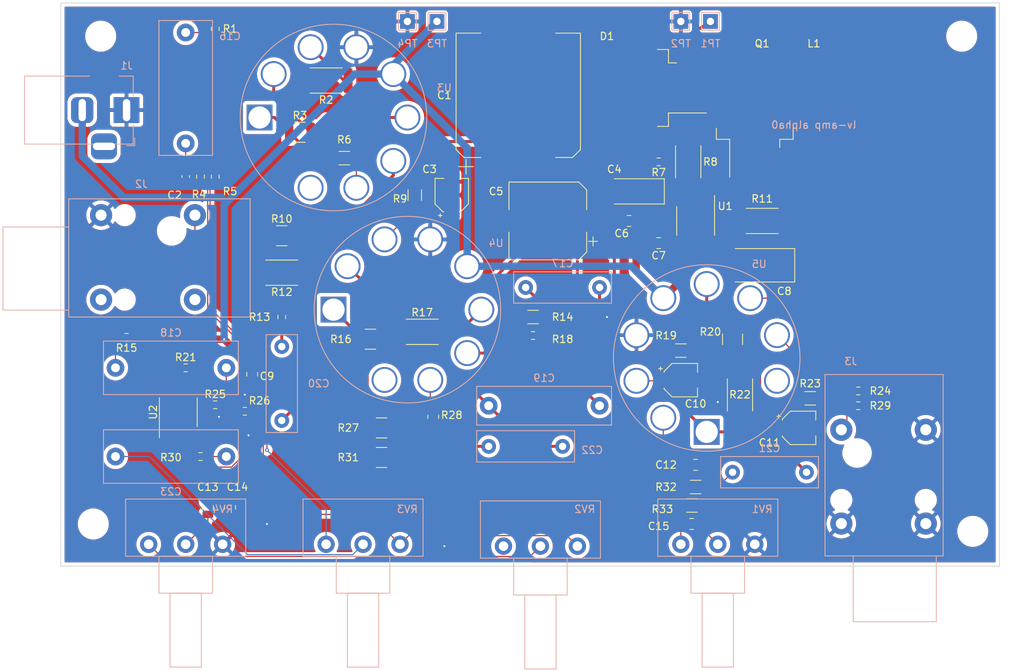
<source format=kicad_pcb>
(kicad_pcb (version 20211014) (generator pcbnew)
  (layers (0 "F.Cu" signal) (31 "B.Cu" signal) (34 "B.Paste" user) (35 "F.Paste" user) (36 "B.SilkS" user "B.Silkscreen") (37 "F.SilkS" user "F.Silkscreen") (38 "B.Mask" user) (39 "F.Mask" user) (44 "Edge.Cuts" user))
  (net 0 "")
  (net 1 "/tonestack")
  (net 2 "Net-(C1-Pad2)")
  (net 3 "Net-(C2-Pad1)")
  (net 4 "Net-(C2-Pad2)")
  (net 5 "Net-(C3-Pad2)")
  (net 6 "Net-(C4-Pad1)")
  (net 7 "Net-(C4-Pad2)")
  (net 8 "Net-(C5-Pad1)")
  (net 9 "GND")
  (net 10 "/u1ap")
  (net 11 "Net-(C6-Pad2)")
  (net 12 "Net-(C7-Pad2)")
  (net 13 "Net-(C8-Pad2)")
  (net 14 "Net-(C9-Pad1)")
  (net 15 "Net-(C9-Pad2)")
  (net 16 "Net-(C10-Pad1)")
  (net 17 "+12V")
  (net 18 "/u1bp")
  (net 19 "/u1bp_couple")
  (net 20 "Net-(C14-Pad1)")
  (net 21 "HT")
  (net 22 "/u3ap")
  (net 23 "/u3ap_couple")
  (net 24 "Net-(C19-Pad1)")
  (net 25 "/u3bp")
  (net 26 "/u3bp_couple")
  (net 27 "Net-(C23-Pad1)")
  (net 28 "/d1a")
  (net 29 "Net-(J1-PadT)")
  (net 30 "Net-(J3-PadT)")
  (net 33 "/q1s")
  (net 34 "Net-(R3-Pad2)")
  (net 35 "Net-(R4-Pad1)")
  (net 36 "Net-(R6-Pad1)")
  (net 37 "Net-(R11-Pad2)")
  (net 38 "/u3ag")
  (net 39 "Net-(R17-Pad2)")
  (net 40 "/u3bg")
  (net 41 "Net-(R24-Pad2)")
  (net 42 "/u4ag_pre")
  (net 43 "/u4ag")
  (net 44 "Net-(R29-Pad1)")
  (net 45 "/u4ap")
  (net 46 "/u4bk")
  (net 48 "Net-(RV2-Pad2)")
  (net 49 "Net-(U2-Pad3)")
  (net 52 "/q1g")
  (footprint "Capacitor_SMD:C_0603_1608Metric" (layer "F.Cu") (at 55 87 -90)
    (fp_text reference "C2")
    (fp_text value "220pF")
  )
  (footprint "Capacitor_Tantalum_SMD:CP_EIA-7343-43_Kemet-X" (layer "F.Cu") (at 133 99 180)
    (fp_text reference "C8")
    (fp_text value "100uF")
  )
  (footprint "Resistor_SMD:R_1210_3225Metric" (layer "F.Cu") (at 68 95)
    (fp_text reference "R10")
    (fp_text value "220k")
  )
  (footprint "Resistor_SMD:R_1206_3216Metric" (layer "F.Cu") (at 122 110.5375)
    (fp_text reference "R19")
    (fp_text value "2.7k")
  )
  (footprint "Resistor_SMD:R_1206_3216Metric" (layer "F.Cu") (at 102 106 180)
    (fp_text reference "R14")
    (fp_text value "470k")
  )
  (footprint "Capacitor_SMD:C_0805_2012Metric" (layer "F.Cu") (at 58 131.75 -90)
    (fp_text reference "C13")
    (fp_text value "0.022uF")
  )
  (footprint "MountingHole:MountingHole_3.2mm_M3" (layer "F.Cu") (at 43.5 68)
    (fp_text reference "H1" hide)
    (fp_text value "MountingHole_Pad")
  )
  (footprint "Capacitor_SMD:CP_Elec_10x10" (layer "F.Cu") (at 104 93 180)
    (fp_text reference "C5")
    (fp_text value "4.7uF")
  )
  (footprint "Package_SO:SO-8_3.9x4.9mm_P1.27mm" (layer "F.Cu") (at 124 93 -90)
    (fp_text reference "U1")
    (fp_text value "MAX1771xSA")
  )
  (footprint "Resistor_SMD:R_0603_1608Metric" (layer "F.Cu") (at 146 118)
    (fp_text reference "R29")
    (fp_text value "1Meg")
  )
  (footprint "Capacitor_SMD:C_0805_2012Metric" (layer "F.Cu") (at 123.45 134)
    (fp_text reference "C15")
    (fp_text value "1000pF")
  )
  (footprint "Capacitor_SMD:C_0805_2012Metric" (layer "F.Cu") (at 124 126 180)
    (fp_text reference "C12")
    (fp_text value "2200pF")
  )
  (footprint "Resistor_SMD:R_0603_1608Metric" (layer "F.Cu") (at 102 108.5 180)
    (fp_text reference "R18")
    (fp_text value "1Meg")
  )
  (footprint "Resistor_SMD:R_0603_1608Metric" (layer "F.Cu") (at 57 124.875)
    (fp_text reference "R30")
    (fp_text value "100k")
  )
  (footprint "Resistor_SMD:R_1210_3225Metric" (layer "F.Cu") (at 80 109 180)
    (fp_text reference "R16")
    (fp_text value "220k")
  )
  (footprint "Resistor_SMD:R_0603_1608Metric" (layer "F.Cu") (at 59 87 90)
    (fp_text reference "R5")
    (fp_text value "10Meg")
  )
  (footprint "Resistor_SMD:R_0603_1608Metric" (layer "F.Cu") (at 146 116 180)
    (fp_text reference "R24")
    (fp_text value "68k")
  )
  (footprint "Resistor_SMD:R_1210_3225Metric" (layer "F.Cu") (at 129 109 90)
    (fp_text reference "R20")
    (fp_text value "220k")
  )
  (footprint "Resistor_SMD:R_1210_3225Metric" (layer "F.Cu") (at 81.5 121 180)
    (fp_text reference "R27")
    (fp_text value "220k")
  )
  (footprint "lv_amp:pm2110" (layer "F.Cu") (at 151 88.5 90)
    (fp_text reference "L1")
    (fp_text value "56uH")
  )
  (footprint "Resistor_SMD:R_1206_3216Metric" (layer "F.Cu") (at 124 129 180)
    (fp_text reference "R32")
    (fp_text value "470k")
  )
  (footprint "Resistor_SMD:R_1206_3216Metric" (layer "F.Cu") (at 86 89.5 90)
    (fp_text reference "R9")
    (fp_text value "2.7k")
  )
  (footprint "Resistor_SMD:R_1210_3225Metric" (layer "F.Cu") (at 81.5 125)
    (fp_text reference "R31")
    (fp_text value "330k")
  )
  (footprint "Capacitor_Tantalum_SMD:CP_EIA-6032-28_Kemet-C" (layer "F.Cu") (at 116 89 180)
    (fp_text reference "C4")
    (fp_text value "10uF")
  )
  (footprint "Resistor_SMD:R_0603_1608Metric" (layer "F.Cu") (at 68 106 90)
    (fp_text reference "R13")
    (fp_text value "1Meg")
  )
  (footprint "Capacitor_SMD:C_0805_2012Metric" (layer "F.Cu") (at 119 96 180)
    (fp_text reference "C7")
    (fp_text value "0.1uF")
  )
  (footprint "Resistor_SMD:R_2512_6332Metric" (layer "F.Cu") (at 123 85 -90)
    (fp_text reference "R8")
    (fp_text value "2Meg")
  )
  (footprint "Capacitor_SMD:CP_Elec_4x5.4" (layer "F.Cu") (at 91 89.5 90)
    (fp_text reference "C3")
    (fp_text value "1uF")
  )
  (footprint "Resistor_SMD:R_0603_1608Metric" (layer "F.Cu") (at 59 67 90)
    (fp_text reference "R1")
    (fp_text value "1k")
  )
  (footprint "Resistor_SMD:R_1210_3225Metric" (layer "F.Cu") (at 70.4625 81)
    (fp_text reference "R3")
    (fp_text value "220k")
  )
  (footprint "Resistor_SMD:R_2512_6332Metric" (layer "F.Cu") (at 87 108)
    (fp_text reference "R17")
    (fp_text value "100k")
  )
  (footprint "Capacitor_SMD:CP_Elec_4x5.4" (layer "F.Cu") (at 138 121)
    (fp_text reference "C11")
    (fp_text value "1uF")
  )
  (footprint "Resistor_SMD:R_2512_6332Metric" (layer "F.Cu") (at 130 116.5375 -90)
    (fp_text reference "R22")
    (fp_text value "100k")
  )
  (footprint "Package_TO_SOT_SMD:TO-263-2" (layer "F.Cu") (at 132 79 90)
    (fp_text reference "Q1")
    (fp_text value "Q_NMOS_DGS")
  )
  (footprint "Resistor_SMD:R_1206_3216Metric" (layer "F.Cu") (at 123.5 131.5 180)
    (fp_text reference "R33")
    (fp_text value "470k")
  )
  (footprint "Capacitor_SMD:C_0805_2012Metric" (layer "F.Cu") (at 115 93 180)
    (fp_text reference "C6")
    (fp_text value "0.1uF")
  )
  (footprint "Resistor_SMD:R_0603_1608Metric" (layer "F.Cu") (at 57 87 90)
    (fp_text reference "R4")
    (fp_text value "47k")
  )
  (footprint "Resistor_SMD:R_2512_6332Metric" (layer "F.Cu") (at 68 100 180)
    (fp_text reference "R12")
    (fp_text value "56k")
  )
  (footprint "Package_TO_SOT_SMD:TO-263-2_TabPin1" (layer "F.Cu") (at 117.375 75 180)
    (fp_text reference "D1")
    (fp_text value "D")
  )
  (footprint "Resistor_SMD:R_2512_6332Metric" (layer "F.Cu") (at 133 93)
    (fp_text reference "R11")
    (fp_text value "0.100")
  )
  (footprint "Resistor_SMD:R_0603_1608Metric" (layer "F.Cu") (at 63 118.75)
    (fp_text reference "R26")
    (fp_text value "100k")
  )
  (footprint "Resistor_SMD:R_0603_1608Metric" (layer "F.Cu") (at 119 85 180)
    (fp_text reference "R7")
    (fp_text value "10k")
  )
  (footprint "Resistor_SMD:R_0603_1608Metric" (layer "F.Cu") (at 59 117.875)
    (fp_text reference "R25")
    (fp_text value "100k")
  )
  (footprint "MountingHole:MountingHole_3.2mm_M3" (layer "F.Cu") (at 160 68)
    (fp_text reference "H2" hide)
    (fp_text value "MountingHole_Pad")
  )
  (footprint "Resistor_SMD:R_1206_3216Metric" (layer "F.Cu") (at 76.4625 84.5 180)
    (fp_text reference "R6")
    (fp_text value "3.3k")
  )
  (footprint "Capacitor_SMD:C_0805_2012Metric" (layer "F.Cu") (at 64 113.75 -90)
    (fp_text reference "C9")
    (fp_text value "0.1uF")
  )
  (footprint "MountingHole:MountingHole_3.2mm_M3" (layer "F.Cu") (at 161.5 135)
    (fp_text reference "H4" hide)
    (fp_text value "MountingHole_Pad")
  )
  (footprint "Resistor_SMD:R_0805_2012Metric" (layer "F.Cu") (at 88.5 119.5 90)
    (fp_text reference "R28")
    (fp_text value "33k")
  )
  (footprint "Capacitor_SMD:CP_Elec_4x5.4" (layer "F.Cu") (at 122 114.5375)
    (fp_text reference "C10")
    (fp_text value "1uF")
  )
  (footprint "Capacitor_SMD:CP_Elec_16x17.5" (layer "F.Cu") (at 100 76 90)
    (fp_text reference "C1")
    (fp_text value "10uF")
  )
  (footprint "Resistor_SMD:R_2512_6332Metric" (layer "F.Cu") (at 74 74 180)
    (fp_text reference "R2")
    (fp_text value "100k")
  )
  (footprint "Resistor_SMD:R_1206_3216Metric" (layer "F.Cu") (at 139.5 117)
    (fp_text reference "R23")
    (fp_text value "2.7k")
  )
  (footprint "Package_SO:SO-8_3.9x4.9mm_P1.27mm" (layer "F.Cu") (at 54 118.875 90)
    (fp_text reference "U2")
    (fp_text value "TL072")
  )
  (footprint "MountingHole:MountingHole_3.2mm_M3" (layer "F.Cu") (at 42.5 134)
    (fp_text reference "H3" hide)
    (fp_text value "MountingHole_Pad")
  )
  (footprint "Resistor_SMD:R_0603_1608Metric" (layer "F.Cu") (at 55 112.875)
    (fp_text reference "R21")
    (fp_text value "100k")
  )
  (footprint "Capacitor_SMD:C_0805_2012Metric" (layer "F.Cu") (at 61 131.75 -90)
    (fp_text reference "C14")
    (fp_text value "0.022uF")
  )
  (footprint "Resistor_SMD:R_0603_1608Metric" (layer "F.Cu") (at 47 108.75 180)
    (fp_text reference "R15")
    (fp_text value "1k")
  )
  (footprint "lv_amp:12ax7" (layer "B.Cu") (at 75 79 90)
    (fp_text reference "U3")
    (fp_text value "ECC83")
  )
  (footprint "Capacitor_THT:C_Rect_L18.0mm_W7.0mm_P15.00mm_FKS3_FKP3" (layer "B.Cu") (at 45.5 124.875)
    (fp_text reference "C23")
    (fp_text value "1uF")
  )
  (footprint "Capacitor_THT:C_Rect_L18.0mm_W7.0mm_P15.00mm_FKS3_FKP3" (layer "B.Cu") (at 55 67.5 -90)
    (fp_text reference "C16")
    (fp_text value "1uF")
  )
  (footprint "Capacitor_THT:C_Rect_L13.0mm_W4.0mm_P10.00mm_FKS3_FKP3_MKS4" (layer "B.Cu") (at 139 127 180)
    (fp_text reference "C21")
    (fp_text value "0.022uF")
  )
  (footprint "Capacitor_THT:C_Rect_L18.0mm_W5.0mm_P15.00mm_FKS3_FKP3" (layer "B.Cu") (at 111 118 180)
    (fp_text reference "C19")
    (fp_text value "100pF")
  )
  (footprint "Capacitor_THT:C_Rect_L13.0mm_W4.0mm_P10.00mm_FKS3_FKP3_MKS4" (layer "B.Cu") (at 68 120 90)
    (fp_text reference "C20")
    (fp_text value "0.022uF")
  )
  (footprint "Potentiometer_THT:Potentiometer_Piher_T-16H_Single_Horizontal" (layer "B.Cu") (at 108 137 -90)
    (fp_text reference "RV2")
    (fp_text value "1meg")
  )
  (footprint "Connector_Audio:Jack_6.35mm_Neutrik_NRJ4HF_Horizontal" (layer "B.Cu") (at 56.25 92.215 180)
    (fp_text reference "J2")
    (fp_text value "AudioJack2")
  )
  (footprint "Capacitor_THT:C_Rect_L18.0mm_W7.0mm_P15.00mm_FKS3_FKP3" (layer "B.Cu") (at 60.5 112.875 180)
    (fp_text reference "C18")
    (fp_text value "1uF")
  )
  (footprint "TestPoint:TestPoint_THTPad_2.0x2.0mm_Drill1.0mm" (layer "B.Cu") (at 122 66)
    (fp_text reference "TP2")
    (fp_text value "TestPoint")
  )
  (footprint "Capacitor_THT:C_Rect_L13.0mm_W4.0mm_P10.00mm_FKS3_FKP3_MKS4" (layer "B.Cu") (at 111 102 180)
    (fp_text reference "C17")
    (fp_text value "0.022uF")
  )
  (footprint "lv_amp:12ax7" (layer "B.Cu") (at 85 105 90)
    (fp_text reference "U4")
    (fp_text value "ECC83")
  )
  (footprint "lv_amp:Kobiconn 179PH" (layer "B.Cu") (at 47 78)
    (fp_text reference "J1")
    (fp_text value "Jack-DC")
  )
  (footprint "TestPoint:TestPoint_THTPad_2.0x2.0mm_Drill1.0mm" (layer "B.Cu") (at 85 66)
    (fp_text reference "TP4")
    (fp_text value "TestPoint")
  )
  (footprint "Connector_Audio:Jack_6.35mm_Neutrik_NRJ4HF_Horizontal" (layer "B.Cu") (at 143.715 121.25 -90)
    (fp_text reference "J3")
    (fp_text value "AudioJack2")
  )
  (footprint "Potentiometer_THT:Potentiometer_Piher_T-16H_Single_Horizontal" (layer "B.Cu") (at 60 136.75 -90)
    (fp_text reference "RV4")
    (fp_text value "25k")
  )
  (footprint "lv_amp:12ax7" (layer "B.Cu") (at 125.5 111.5375 180)
    (fp_text reference "U5")
    (fp_text value "ECC83")
  )
  (footprint "Potentiometer_THT:Potentiometer_Piher_T-16H_Single_Horizontal" (layer "B.Cu") (at 132 136.75 -90)
    (fp_text reference "RV1")
    (fp_text value "500k")
  )
  (footprint "Potentiometer_THT:Potentiometer_Piher_T-16H_Single_Horizontal" (layer "B.Cu") (at 84 136.75 -90)
    (fp_text reference "RV3")
    (fp_text value "500k")
  )
  (footprint "Capacitor_THT:C_Rect_L13.0mm_W4.0mm_P10.00mm_FKS3_FKP3_MKS4" (layer "B.Cu") (at 106 123.5 180)
    (fp_text reference "C22")
    (fp_text value "0.022uF")
  )
  (footprint "TestPoint:TestPoint_THTPad_2.0x2.0mm_Drill1.0mm" (layer "B.Cu") (at 126 66)
    (fp_text reference "TP1")
    (fp_text value "TestPoint")
  )
  (footprint "TestPoint:TestPoint_THTPad_2.0x2.0mm_Drill1.0mm" (layer "B.Cu") (at 89 66)
    (fp_text reference "TP3")
    (fp_text value "TestPoint")
  )
  (gr_line (start 165.1 63.5) (end 38.1 63.5) (layer "Edge.Cuts") (width 0.1))
  (gr_line (start 38.1 139.7) (end 165.1 139.7) (layer "Edge.Cuts") (width 0.1))
  (gr_line (start 38.1 63.5) (end 38.1 139.7) (layer "Edge.Cuts") (width 0.1))
  (gr_line (start 165.1 139.7) (end 165.1 63.5) (layer "Edge.Cuts") (width 0.1))
  (gr_text "lv-amp alpha0" (at 140 80) (layer "B.SilkS") (effects (font (size 1 1)) (justify mirror)))
  (segment (start 57 86.175) (end 59 86.175) (width 0.1524) (layer "F.Cu") (net 1))
  (segment (start 55 82.5) (end 55 86.225) (width 0.1524) (layer "F.Cu") (net 1))
  (segment (start 55.05 86.175) (end 55 86.225) (width 0.1524) (layer "F.Cu") (net 1))
  (segment (start 57 86.175) (end 55.05 86.175) (width 0.1524) (layer "F.Cu") (net 1))
  (segment (start 55.57812 87.19688) (end 57.49376 87.19688) (width 0.1524) (layer "F.Cu") (net 2))
  (segment (start 58.29688 104.79688) (end 66 112.5) (width 0.1524) (layer "F.Cu") (net 2))
  (segment (start 58.29688 88) (end 58.29688 104.79688) (width 0.1524) (layer "F.Cu") (net 2))
  (segment (start 66 112.5) (end 66 124) (width 0.1524) (layer "F.Cu") (net 2))
  (segment (start 55 87.775) (end 55.57812 87.19688) (width 0.1524) (layer "F.Cu") (net 2))
  (segment (start 57.49376 87.19688) (end 58.29688 88) (width 0.1524) (layer "F.Cu") (net 2))
  (via (at 66 124) (size 0.508) (drill 0.254) (layers "F.Cu" "B.Cu") (net 2))
  (segment (start 74 136.75) (end 74 132) (width 0.1524) (layer "B.Cu") (net 2))
  (segment (start 74 132) (end 66 124) (width 0.1524) (layer "B.Cu") (net 2))
  (segment (start 57 87.825) (end 57.978111 88.803111) (width 0.1524) (layer "F.Cu") (net 3))
  (segment (start 65.5 112.548677) (end 65.5 126.3) (width 0.1524) (layer "F.Cu") (net 3))
  (segment (start 58 130.8) (end 61 130.8) (width 0.1524) (layer "F.Cu") (net 3))
  (segment (start 57.978111 105.026788) (end 65.5 112.548677) (width 0.1524) (layer "F.Cu") (net 3))
  (segment (start 57.978111 88.803111) (end 57.978111 105.026788) (width 0.1524) (layer "F.Cu") (net 3))
  (segment (start 65.5 126.3) (end 61 130.8) (width 0.1524) (layer "F.Cu") (net 3))
  (segment (start 79.95 132.7) (end 61 132.7) (width 0.1524) (layer "F.Cu") (net 4))
  (segment (start 85.169999 135.580001) (end 106.580001 135.580001) (width 0.1524) (layer "F.Cu") (net 4))
  (segment (start 84 136.75) (end 85.169999 135.580001) (width 0.1524) (layer "F.Cu") (net 4))
  (segment (start 106.580001 135.580001) (end 108 137) (width 0.1524) (layer "F.Cu") (net 4))
  (segment (start 84 136.75) (end 79.95 132.7) (width 0.1524) (layer "F.Cu") (net 4))
  (segment (start 55 136.75) (end 58 133.75) (width 0.1524) (layer "F.Cu") (net 5))
  (segment (start 58 133.75) (end 58 132.7) (width 0.1524) (layer "F.Cu") (net 5))
  (segment (start 50.102229 124.875) (end 63.37534 138.148111) (width 0.1524) (layer "B.Cu") (net 6))
  (segment (start 45.5 124.875) (end 50.102229 124.875) (width 0.1524) (layer "B.Cu") (net 6))
  (segment (start 63.37534 138.148111) (end 77.601889 138.148111) (width 0.1524) (layer "B.Cu") (net 6))
  (segment (start 77.601889 138.148111) (end 79 136.75) (width 0.1524) (layer "B.Cu") (net 6))
  (segment (start 57.825 124.875) (end 60.5 124.875) (width 0.1524) (layer "F.Cu") (net 7))
  (segment (start 137.2 117.8375) (end 138.0375 117) (width 0.1524) (layer "F.Cu") (net 8))
  (segment (start 138.0375 111.474266) (end 135.010565 108.447331) (width 0.1524) (layer "F.Cu") (net 8))
  (segment (start 137.2 120.2) (end 137.2 117.8375) (width 0.1524) (layer "F.Cu") (net 8))
  (segment (start 137.2 120.2) (end 136.4 121) (width 0.1524) (layer "F.Cu") (net 8))
  (segment (start 137.2 121.5) (end 137.2 120.2) (width 0.1524) (layer "F.Cu") (net 8))
  (segment (start 138.0375 117) (end 138.0375 111.474266) (width 0.1524) (layer "F.Cu") (net 8))
  (segment (start 136.4 121) (end 136.2 121) (width 0.1524) (layer "F.Cu") (net 8))
  (via (at 63.5 122) (size 0.508) (drill 0.254) (layers "F.Cu" "B.Cu") (net 9))
  (via (at 63 116.5) (size 0.508) (drill 0.254) (layers "F.Cu" "B.Cu") (net 9))
  (via (at 66 134) (size 0.508) (drill 0.254) (layers "F.Cu" "B.Cu") (net 9))
  (via (at 127 117.5) (size 0.508) (drill 0.254) (layers "F.Cu" "B.Cu") (net 9))
  (via (at 59.5 119.5) (size 0.508) (drill 0.254) (layers "F.Cu" "B.Cu") (net 9))
  (via (at 90 137) (size 0.508) (drill 0.254) (layers "F.Cu" "B.Cu") (net 9))
  (via (at 112 106) (size 0.508) (drill 0.254) (layers "F.Cu" "B.Cu") (net 9))
  (segment (start 125.5 104.0375) (end 125.5 101.5375) (width 0.4) (layer "F.Cu") (net 10))
  (segment (start 132.661054 111.198554) (end 129 107.5375) (width 0.4) (layer "F.Cu") (net 10))
  (segment (start 139 127) (end 132.661054 120.661054) (width 0.4) (layer "F.Cu") (net 10))
  (segment (start 132.661054 120.661054) (end 132.661054 111.198554) (width 0.4) (layer "F.Cu") (net 10))
  (segment (start 129 107.5375) (end 125.5 104.0375) (width 0.4) (layer "F.Cu") (net 10))
  (segment (start 125.4625 129) (end 127 129) (width 0.1524) (layer "F.Cu") (net 11))
  (segment (start 124.95 126) (end 124.95 128.4875) (width 0.1524) (layer "F.Cu") (net 11))
  (segment (start 127 129) (end 129 127) (width 0.1524) (layer "F.Cu") (net 11))
  (segment (start 124.95 128.4875) (end 125.4625 129) (width 0.1524) (layer "F.Cu") (net 11))
  (segment (start 122.82812 129.29062) (end 122.82812 133.67188) (width 0.1524) (layer "F.Cu") (net 12))
  (segment (start 122.5375 129) (end 123.05 128.4875) (width 0.1524) (layer "F.Cu") (net 12))
  (segment (start 122.82812 133.67188) (end 122.5 134) (width 0.1524) (layer "F.Cu") (net 12))
  (segment (start 122 134.5) (end 122 136.75) (width 0.1524) (layer "F.Cu") (net 12))
  (segment (start 122.5 134) (end 122 134.5) (width 0.1524) (layer "F.Cu") (net 12))
  (segment (start 122.5375 129) (end 122.82812 129.29062) (width 0.1524) (layer "F.Cu") (net 12))
  (segment (start 123.05 128.4875) (end 123.05 126) (width 0.1524) (layer "F.Cu") (net 12))
  (segment (start 124.9625 133.4375) (end 124.9625 131.5) (width 0.1524) (layer "F.Cu") (net 13))
  (segment (start 124.4 134) (end 124.4 134.15) (width 0.1524) (layer "F.Cu") (net 13))
  (segment (start 124.4 134.15) (end 127 136.75) (width 0.1524) (layer "F.Cu") (net 13))
  (segment (start 124.4 134) (end 124.9625 133.4375) (width 0.1524) (layer "F.Cu") (net 13))
  (segment (start 60.5 112.875) (end 60.5 117.075) (width 0.1524) (layer "F.Cu") (net 14))
  (segment (start 64.45312 123.04688) (end 64.45312 118.297667) (width 0.1524) (layer "F.Cu") (net 14))
  (segment (start 61.196889 126.303111) (end 64.45312 123.04688) (width 0.1524) (layer "F.Cu") (net 14))
  (segment (start 60.5 117.075) (end 62.175 118.75) (width 0.1524) (layer "F.Cu") (net 14))
  (segment (start 62.8875 118.0375) (end 62.175 118.75) (width 0.1524) (layer "F.Cu") (net 14))
  (segment (start 52.095 121.45) (end 52.095 121.875453) (width 0.1524) (layer "F.Cu") (net 14))
  (segment (start 52.095 121.875453) (end 56.522658 126.303111) (width 0.1524) (layer "F.Cu") (net 14))
  (segment (start 56.522658 126.303111) (end 61.196889 126.303111) (width 0.1524) (layer "F.Cu") (net 14))
  (segment (start 64.192953 118.0375) (end 62.8875 118.0375) (width 0.1524) (layer "F.Cu") (net 14))
  (segment (start 64.45312 118.297667) (end 64.192953 118.0375) (width 0.1524) (layer "F.Cu") (net 14))
  (segment (start 45.5 112.875) (end 45.5 109.425) (width 0.1524) (layer "F.Cu") (net 15))
  (segment (start 45.5 109.425) (end 46.175 108.75) (width 0.1524) (layer "F.Cu") (net 15))
  (segment (start 115.989435 114.627669) (end 120.109831 114.627669) (width 0.1524) (layer "F.Cu") (net 16))
  (segment (start 120.109831 114.627669) (end 120.2 114.5375) (width 0.1524) (layer "F.Cu") (net 16))
  (segment (start 120.2 110.875) (end 120.5375 110.5375) (width 0.1524) (layer "F.Cu") (net 16))
  (segment (start 120.2 114.5375) (end 120.2 110.875) (width 0.1524) (layer "F.Cu") (net 16))
  (segment (start 123.949725 92.19952) (end 121.19952 92.19952) (width 1) (layer "F.Cu") (net 17))
  (segment (start 124.635 91.514245) (end 123.949725 92.19952) (width 1) (layer "F.Cu") (net 17))
  (segment (start 64 112.8) (end 60.2 109) (width 1) (layer "F.Cu") (net 17))
  (segment (start 54.175 112.325) (end 54.175 112.875) (width 1) (layer "F.Cu") (net 17))
  (segment (start 52.095 114.955) (end 52.095 116.3) (width 1) (layer "F.Cu") (net 17))
  (segment (start 125.719959 97.34952) (end 127.65048 97.34952) (width 1) (layer "F.Cu") (net 17))
  (segment (start 115.95 99.775183) (end 119.622148 103.447331) (width 1) (layer "F.Cu") (net 17))
  (segment (start 115.95 91.5125) (end 118.4625 89) (width 1) (layer "F.Cu") (net 17))
  (segment (start 60.2 109) (end 57.5 109) (width 1) (layer "F.Cu") (net 17))
  (segment (start 133.93798 96.82548) (end 136.1125 99) (width 1) (layer "F.Cu") (net 17))
  (segment (start 121.19952 92.19952) (end 118.4625 89.4625) (width 1) (layer "F.Cu") (net 17))
  (segment (start 115.95 93) (end 115.95 99.775183) (width 1) (layer "F.Cu") (net 17))
  (segment (start 128.17452 96.82548) (end 133.93798 96.82548) (width 1) (layer "F.Cu") (net 17))
  (segment (start 127.65048 97.34952) (end 128.17452 96.82548) (width 1) (layer "F.Cu") (net 17))
  (segment (start 136.1125 99) (end 147.53 99) (width 1) (layer "F.Cu") (net 17))
  (segment (start 115.95 93) (end 115.95 91.5125) (width 1) (layer "F.Cu") (net 17))
  (segment (start 57.5 109) (end 54.175 112.325) (width 1) (layer "F.Cu") (net 17))
  (segment (start 119.622148 103.447331) (end 125.719959 97.34952) (width 1) (layer "F.Cu") (net 17))
  (segment (start 147.53 99) (end 151 102.47) (width 1) (layer "F.Cu") (net 17))
  (segment (start 54.175 112.875) (end 52.095 114.955) (width 1) (layer "F.Cu") (net 17))
  (segment (start 118.4625 89.4625) (end 118.4625 89) (width 1) (layer "F.Cu") (net 17))
  (via (at 60.2 109) (size 0.508) (drill 0.254) (layers "F.Cu" "B.Cu") (net 17))
  (segment (start 77.877852 73.122148) (end 83.090169 73.122148) (width 1) (layer "B.Cu") (net 17))
  (segment (start 115.296965 99.122148) (end 119.622148 103.447331) (width 1) (layer "B.Cu") (net 17))
  (segment (start 59.815489 89.815489) (end 60.5 90.5) (width 1) (layer "B.Cu") (net 17))
  (segment (start 46.605939 89.815489) (end 59.815489 89.815489) (width 1) (layer "B.Cu") (net 17))
  (segment (start 41 78) (end 41 84.20955) (width 1) (layer "B.Cu") (net 17))
  (segment (start 60.2 90.8) (end 60.2 109) (width 1) (layer "B.Cu") (net 17))
  (segment (start 93.090169 99.122148) (end 115.296965 99.122148) (width 1) (layer "B.Cu") (net 17))
  (segment (start 41 84.20955) (end 46.605939 89.815489) (width 1) (layer "B.Cu") (net 17))
  (segment (start 65.5 85.5) (end 60.5 90.5) (width 1) (layer "B.Cu") (net 17))
  (segment (start 83.090169 71.909831) (end 89 66) (width 1) (layer "B.Cu") (net 17))
  (segment (start 60.5 90.5) (end 60.2 90.8) (width 1) (layer "B.Cu") (net 17))
  (segment (start 93.090169 99.122148) (end 93.090169 83.122148) (width 1) (layer "B.Cu") (net 17))
  (segment (start 83.090169 73.122148) (end 83.090169 71.909831) (width 1) (layer "B.Cu") (net 17))
  (segment (start 65.5 85.5) (end 77.877852 73.122148) (width 1) (layer "B.Cu") (net 17))
  (segment (start 93.090169 83.122148) (end 83.090169 73.122148) (width 1) (layer "B.Cu") (net 17))
  (segment (start 111 113.802362) (end 111 102) (width 0.4) (layer "F.Cu") (net 18))
  (segment (start 127.9625 121.5375) (end 130 119.5) (width 0.4) (layer "F.Cu") (net 18))
  (segment (start 121.240658 117.278158) (end 114.475796 117.278158) (width 0.4) (layer "F.Cu") (net 18))
  (segment (start 114.475796 117.278158) (end 111 113.802362) (width 0.4) (layer "F.Cu") (net 18))
  (segment (start 125.5 121.5375) (end 121.240658 117.278158) (width 0.4) (layer "F.Cu") (net 18))
  (segment (start 125.5 121.5375) (end 127.9625 121.5375) (width 0.4) (layer "F.Cu") (net 18))
  (segment (start 103.4625 104.4625) (end 103.4625 106) (width 0.4) (layer "F.Cu") (net 19))
  (segment (start 101 102) (end 103.4625 104.4625) (width 0.4) (layer "F.Cu") (net 19))
  (segment (start 122.095 95.575) (end 121.67 96) (width 0.1524) (layer "F.Cu") (net 20))
  (segment (start 121.67 96) (end 119.95 96) (width 0.1524) (layer "F.Cu") (net 20))
  (segment (start 130 111.4625) (end 129 110.4625) (width 0.4) (layer "F.Cu") (net 21))
  (segment (start 120 70) (end 117.689511 71.310489) (width 0.4) (layer "F.Cu") (net 21))
  (segment (start 127.60048 109.06298) (end 118.696497 109.06298) (width 0.4) (layer "F.Cu") (net 21))
  (segment (start 116.54 77.54) (end 114 75) (width 0.4) (layer "F.Cu") (net 21))
  (segment (start 108 93) (end 108 90.25) (width 0.4) (layer "F.Cu") (net 21))
  (segment (start 108 90.25) (end 114 84.25) (width 0.4) (layer "F.Cu") (net 21))
  (segment (start 104.5 93) (end 108 93) (width 0.4) (layer "F.Cu") (net 21))
  (segment (start 86.5 108) (end 92 102.5) (width 0.4) (layer "F.Cu") (net 21))
  (segment (start 73.263902 82.25) (end 72.589382 82.92452) (width 0.4) (layer "F.Cu") (net 21))
  (segment (start 108 115) (end 108 93) (width 0.4) (layer "F.Cu") (net 21))
  (segment (start 117.689511 71.310489) (end 114 75) (width 0.4) (layer "F.Cu") (net 21))
  (segment (start 118.696497 109.06298) (end 116.959957 110.79952) (width 0.4) (layer "F.Cu") (net 21))
  (segment (start 70.92452 82.92452) (end 69 81) (width 0.4) (layer "F.Cu") (net 21))
  (segment (start 95 102.5) (end 104.5 93) (width 0.4) (layer "F.Cu") (net 21))
  (segment (start 116.959957 110.79952) (end 114.79952 110.79952) (width 0.4) (layer "F.Cu") (net 21))
  (segment (start 126 66) (end 120 70) (width 0.4) (layer "F.Cu") (net 21))
  (segment (start 114.79952 110.79952) (end 113 109) (width 0.4) (layer "F.Cu") (net 21))
  (segment (start 123.15 77.54) (end 123.15 81.8875) (width 0.4) (layer "F.Cu") (net 21))
  (segment (start 81.4625 109) (end 83.0375 109) (width 0.4) (layer "F.Cu") (net 21))
  (segment (start 100 82.25) (end 73.263902 82.25) (width 0.4) (layer "F.Cu") (net 21))
  (segment (start 123.15 77.54) (end 116.54 77.54) (width 0.4) (layer "F.Cu") (net 21))
  (segment (start 72.589382 82.92452) (end 70.92452 82.92452) (width 0.4) (layer "F.Cu") (net 21))
  (segment (start 83.0375 109) (end 84.0375 108) (width 0.4) (layer "F.Cu") (net 21))
  (segment (start 114 84.25) (end 114 75) (width 0.4) (layer "F.Cu") (net 21))
  (segment (start 130 113.575) (end 130 111.4625) (width 0.4) (layer "F.Cu") (net 21))
  (segment (start 123.15 81.8875) (end 123 82.0375) (width 0.4) (layer "F.Cu") (net 21))
  (segment (start 67 79) (end 65 79) (width 0.4) (layer "F.Cu") (net 21))
  (segment (start 69 81) (end 67 79) (width 0.4) (layer "F.Cu") (net 21))
  (segment (start 92 102.5) (end 95 102.5) (width 0.4) (layer "F.Cu") (net 21))
  (segment (start 108 90.25) (end 100 82.25) (width 0.4) (layer "F.Cu") (net 21))
  (segment (start 113 109) (end 113 98) (width 0.4) (layer "F.Cu") (net 21))
  (segment (start 113 98) (end 108 93) (width 0.4) (layer "F.Cu") (net 21))
  (segment (start 84.0375 108) (end 86.5 108) (width 0.4) (layer "F.Cu") (net 21))
  (segment (start 111 118) (end 108 115) (width 0.4) (layer "F.Cu") (net 21))
  (segment (start 129 110.4625) (end 127.60048 109.06298) (width 0.4) (layer "F.Cu") (net 21))
  (segment (start 96 118) (end 89.9625 111.9625) (width 0.4) (layer "F.Cu") (net 22))
  (segment (start 95 105) (end 92 108) (width 0.4) (layer "F.Cu") (net 22))
  (segment (start 89.9625 111.9625) (end 89.9625 108) (width 0.4) (layer "F.Cu") (net 22))
  (segment (start 96 118) (end 101.5 123.5) (width 0.4) (layer "F.Cu") (net 22))
  (segment (start 92 108) (end 89.9625 108) (width 0.4) (layer "F.Cu") (net 22))
  (segment (start 101.5 123.5) (end 106 123.5) (width 0.4) (layer "F.Cu") (net 22))
  (segment (start 82.9625 121) (end 82.9625 125) (width 0.4) (layer "F.Cu") (net 23))
  (segment (start 96 123.5) (end 84.4625 123.5) (width 0.4) (layer "F.Cu") (net 23))
  (segment (start 84.4625 123.5) (end 82.9625 125) (width 0.4) (layer "F.Cu") (net 23))
  (segment (start 81.909831 95.489435) (end 86 91.399266) (width 0.1524) (layer "F.Cu") (net 24))
  (segment (start 86 91.399266) (end 86 90.9625) (width 0.1524) (layer "F.Cu") (net 24))
  (segment (start 86 90.9625) (end 90.6625 90.9625) (width 0.1524) (layer "F.Cu") (net 24))
  (segment (start 90.6625 90.9625) (end 91 91.3) (width 0.1524) (layer "F.Cu") (net 24))
  (segment (start 78.5375 109) (end 78.5375 109.4625) (width 0.4) (layer "F.Cu") (net 25))
  (segment (start 78.5375 108.5375) (end 75 105) (width 0.4) (layer "F.Cu") (net 25))
  (segment (start 78.5375 109.4625) (end 68 120) (width 0.4) (layer "F.Cu") (net 25))
  (segment (start 78.5375 109) (end 78.5375 108.5375) (width 0.4) (layer "F.Cu") (net 25))
  (segment (start 68 110) (end 68 106.825) (width 0.4) (layer "F.Cu") (net 26))
  (segment (start 55 67.5) (end 58.675 67.5) (width 0.1524) (layer "F.Cu") (net 27))
  (segment (start 58.675 67.5) (end 59 67.825) (width 0.1524) (layer "F.Cu") (net 27))
  (segment (start 66.0375 69) (end 71.0375 74) (width 0.1524) (layer "F.Cu") (net 27))
  (segment (start 59 67.825) (end 60.175 69) (width 0.1524) (layer "F.Cu") (net 27))
  (segment (start 60.175 69) (end 66.0375 69) (width 0.1524) (layer "F.Cu") (net 27))
  (segment (start 132 75.625) (end 149.905 75.625) (width 1) (layer "F.Cu") (net 28))
  (segment (start 132 75.625) (end 128.835 72.46) (width 1) (layer "F.Cu") (net 28))
  (segment (start 128.835 72.46) (end 123.15 72.46) (width 1) (layer "F.Cu") (net 28))
  (segment (start 149.905 75.625) (end 151 74.53) (width 1) (layer "F.Cu") (net 28))
  (segment (start 144.465 121.5) (end 144.465 118.71) (width 0.1524) (layer "F.Cu") (net 29))
  (segment (start 145.175 118) (end 145.175 116) (width 0.1524) (layer "F.Cu") (net 29))
  (segment (start 144.465 118.71) (end 145.175 118) (width 0.1524) (layer "F.Cu") (net 29))
  (segment (start 47.825 108.75) (end 56.25 100.325) (width 0.1524) (layer "F.Cu") (net 30))
  (segment (start 56.25 100.325) (end 56.25 92.215) (width 0.1524) (layer "F.Cu") (net 30))
  (segment (start 126.425 95.575) (end 125.905 95.575) (width 1) (layer "F.Cu") (net 33))
  (segment (start 130.0375 93) (end 129 93) (width 1) (layer "F.Cu") (net 33))
  (segment (start 134.54 84.775) (end 134.54 88.4975) (width 1) (layer "F.Cu") (net 33))
  (segment (start 134.54 88.4975) (end 130.0375 93) (width 1) (layer "F.Cu") (net 33))
  (segment (start 129 93) (end 126.425 95.575) (width 1) (layer "F.Cu") (net 33))
  (segment (start 55.825 116.22) (end 55.825 112.875) (width 0.1524) (layer "F.Cu") (net 34))
  (segment (start 59.825 117.875) (end 58.25 116.3) (width 0.1524) (layer "F.Cu") (net 34))
  (segment (start 58.25 116.3) (end 55.905 116.3) (width 0.1524) (layer "F.Cu") (net 34))
  (segment (start 55.905 116.3) (end 55.825 116.22) (width 0.1524) (layer "F.Cu") (net 34))
  (segment (start 134.272331 103.447331) (end 131.377852 103.447331) (width 0.1524) (layer "F.Cu") (net 35))
  (segment (start 146.825 116) (end 134.272331 103.447331) (width 0.1524) (layer "F.Cu") (net 35))
  (segment (start 56.175 124.875) (end 56.87812 124.17188) (width 0.1524) (layer "F.Cu") (net 36))
  (segment (start 58.40312 124.17188) (end 63.825 118.75) (width 0.1524) (layer "F.Cu") (net 36))
  (segment (start 56.87812 124.17188) (end 58.40312 124.17188) (width 0.1524) (layer "F.Cu") (net 36))
  (segment (start 56.175 124.875) (end 53.365 122.065) (width 0.1524) (layer "F.Cu") (net 36))
  (segment (start 53.365 122.065) (end 53.365 121.45) (width 0.1524) (layer "F.Cu") (net 36))
  (segment (start 122.0375 131.5) (end 119.622148 129.084648) (width 0.1524) (layer "F.Cu") (net 37))
  (segment (start 119.622148 129.084648) (end 119.622148 119.627669) (width 0.1524) (layer "F.Cu") (net 37))
  (segment (start 100.5375 107.8625) (end 101.175 108.5) (width 0.4) (layer "F.Cu") (net 38))
  (segment (start 100.5375 106) (end 100.5375 107.8625) (width 0.4) (layer "F.Cu") (net 38))
  (segment (start 101.175 108.5) (end 98.797148 110.877852) (width 0.4) (layer "F.Cu") (net 38))
  (segment (start 98.797148 110.877852) (end 93.090169 110.877852) (width 0.4) (layer "F.Cu") (net 38))
  (segment (start 88.5 118.5875) (end 88.090169 118.177669) (width 0.1524) (layer "F.Cu") (net 39))
  (segment (start 88.090169 118.177669) (end 88.090169 114.510565) (width 0.1524) (layer "F.Cu") (net 39))
  (segment (start 79.56032 120.52282) (end 79.56032 113.537365) (width 0.4) (layer "F.Cu") (net 40))
  (segment (start 79.69952 101.911837) (end 76.909831 99.122148) (width 0.4) (layer "F.Cu") (net 40))
  (segment (start 80.0375 121) (end 79.56032 120.52282) (width 0.4) (layer "F.Cu") (net 40))
  (segment (start 79.69952 113.398165) (end 79.69952 101.911837) (width 0.4) (layer "F.Cu") (net 40))
  (segment (start 79.56032 113.537365) (end 79.69952 113.398165) (width 0.4) (layer "F.Cu") (net 40))
  (segment (start 120.0375 85) (end 123 87.9625) (width 0.1524) (layer "F.Cu") (net 41))
  (segment (start 123 90.06) (end 123.365 90.425) (width 0.1524) (layer "F.Cu") (net 41))
  (segment (start 123 87.9625) (end 123 90.06) (width 0.1524) (layer "F.Cu") (net 41))
  (segment (start 119.825 85) (end 120.0375 85) (width 0.1524) (layer "F.Cu") (net 41))
  (segment (start 68 102.9625) (end 65.0375 100) (width 0.4) (layer "F.Cu") (net 42))
  (segment (start 68 105.175) (end 68 102.9625) (width 0.4) (layer "F.Cu") (net 42))
  (segment (start 65.0375 96.5) (end 66.5375 95) (width 0.4) (layer "F.Cu") (net 42))
  (segment (start 65.0375 100) (end 65.0375 96.5) (width 0.4) (layer "F.Cu") (net 42))
  (segment (start 70.76202 93.70048) (end 76.222965 93.70048) (width 0.4) (layer "F.Cu") (net 43))
  (segment (start 76.222965 93.70048) (end 83.090169 86.833276) (width 0.4) (layer "F.Cu") (net 43))
  (segment (start 69.4625 95) (end 70.76202 93.70048) (width 0.4) (layer "F.Cu") (net 43))
  (segment (start 83.090169 86.833276) (end 83.090169 84.877852) (width 0.4) (layer "F.Cu") (net 43))
  (segment (start 77.925 84.5) (end 78.090169 84.665169) (width 0.1524) (layer "F.Cu") (net 44))
  (segment (start 78.090169 84.665169) (end 78.090169 88.510565) (width 0.1524) (layer "F.Cu") (net 44))
  (segment (start 71.925 81) (end 66.909831 75.984831) (width 0.4) (layer "F.Cu") (net 45))
  (segment (start 73.925 79) (end 85 79) (width 0.4) (layer "F.Cu") (net 45))
  (segment (start 71.925 81) (end 73.925 79) (width 0.4) (layer "F.Cu") (net 45))
  (segment (start 66.909831 75.984831) (end 66.909831 73.122148) (width 0.4) (layer "F.Cu") (net 45))
  (segment (start 76.420396 74) (end 71.909831 69.489435) (width 0.4) (layer "F.Cu") (net 46))
  (segment (start 76.9625 74) (end 76.420396 74) (width 0.4) (layer "F.Cu") (net 46))
  (segment (start 101.601889 138.398111) (end 103 137) (width 0.1524) (layer "F.Cu") (net 48))
  (segment (start 51.648111 138.398111) (end 101.601889 138.398111) (width 0.1524) (layer "F.Cu") (net 48))
  (segment (start 50 136.75) (end 51.648111 138.398111) (width 0.1524) (layer "F.Cu") (net 48))
  (segment (start 54.635 116.3) (end 54.635 121.45) (width 0.1524) (layer "F.Cu") (net 49))
  (segment (start 53.365 116.3) (end 54.635 116.3) (width 0.1524) (layer "F.Cu") (net 49))
  (segment (start 125.905 90.425) (end 125.905 88.33) (width 1) (layer "F.Cu") (net 52))
  (segment (start 125.905 88.33) (end 129.46 84.775) (width 1) (layer "F.Cu") (net 52))
  (zone (net 9) (net_name "GND") (layers F&B.Cu) (connect_pads (clearance 0.508)) (min_thickness 0.254) (fill yes (thermal_gap 0.508) (thermal_bridge_width 0.508))
    (polygon (pts (xy 165.1 139.7) (xy 38.1 139.7) (xy 38.1 63.5) (xy 165.1 63.5)))
  )
)
</source>
